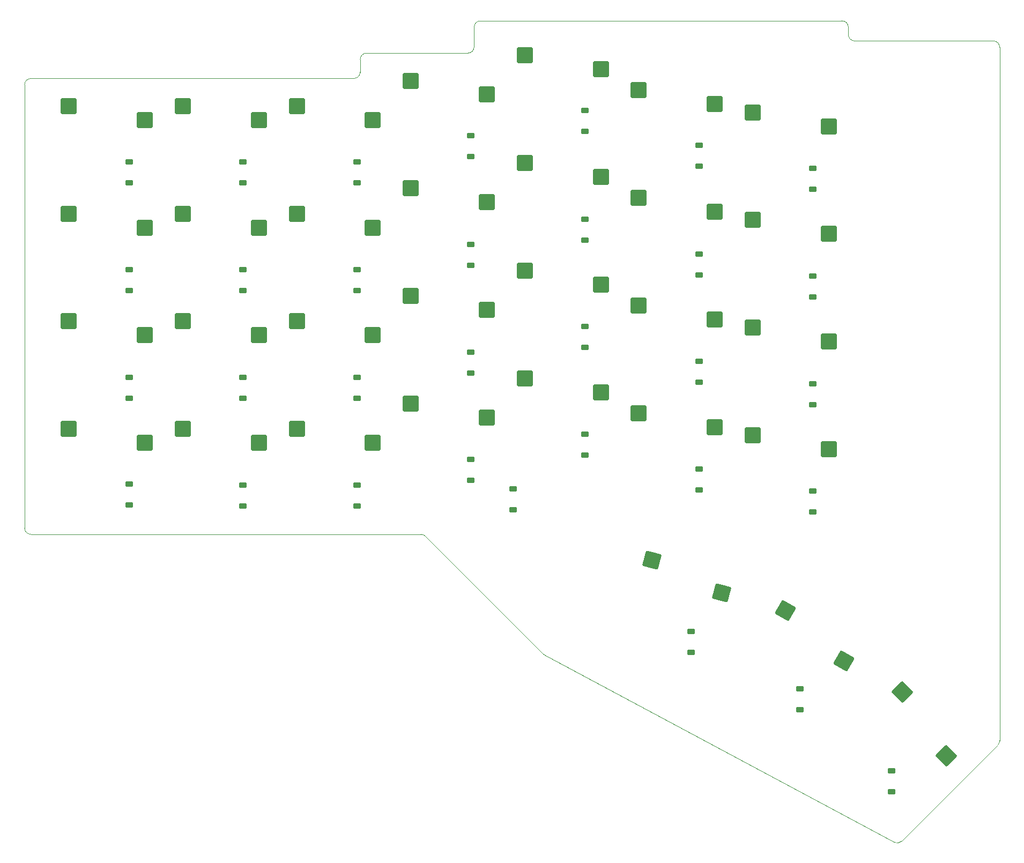
<source format=gbr>
%TF.GenerationSoftware,KiCad,Pcbnew,8.0.5*%
%TF.CreationDate,2024-10-11T21:26:08+02:00*%
%TF.ProjectId,vaucasy_left,76617563-6173-4795-9f6c-6566742e6b69,rev?*%
%TF.SameCoordinates,Original*%
%TF.FileFunction,Paste,Bot*%
%TF.FilePolarity,Positive*%
%FSLAX46Y46*%
G04 Gerber Fmt 4.6, Leading zero omitted, Abs format (unit mm)*
G04 Created by KiCad (PCBNEW 8.0.5) date 2024-10-11 21:26:08*
%MOMM*%
%LPD*%
G01*
G04 APERTURE LIST*
G04 Aperture macros list*
%AMRoundRect*
0 Rectangle with rounded corners*
0 $1 Rounding radius*
0 $2 $3 $4 $5 $6 $7 $8 $9 X,Y pos of 4 corners*
0 Add a 4 corners polygon primitive as box body*
4,1,4,$2,$3,$4,$5,$6,$7,$8,$9,$2,$3,0*
0 Add four circle primitives for the rounded corners*
1,1,$1+$1,$2,$3*
1,1,$1+$1,$4,$5*
1,1,$1+$1,$6,$7*
1,1,$1+$1,$8,$9*
0 Add four rect primitives between the rounded corners*
20,1,$1+$1,$2,$3,$4,$5,0*
20,1,$1+$1,$4,$5,$6,$7,0*
20,1,$1+$1,$6,$7,$8,$9,0*
20,1,$1+$1,$8,$9,$2,$3,0*%
G04 Aperture macros list end*
%ADD10RoundRect,0.250000X-1.025000X-1.000000X1.025000X-1.000000X1.025000X1.000000X-1.025000X1.000000X0*%
%ADD11RoundRect,0.250000X-1.431891X0.017678X0.017678X-1.431891X1.431891X-0.017678X-0.017678X1.431891X0*%
%ADD12RoundRect,0.250000X-1.248893X-0.700636X0.731255X-1.231215X1.248893X0.700636X-0.731255X1.231215X0*%
%ADD13RoundRect,0.250000X-1.387676X-0.353525X0.387676X-1.378525X1.387676X0.353525X-0.387676X1.378525X0*%
%ADD14RoundRect,0.225000X0.375000X-0.225000X0.375000X0.225000X-0.375000X0.225000X-0.375000X-0.225000X0*%
%TA.AperFunction,Profile*%
%ADD15C,0.050000*%
%TD*%
G04 APERTURE END LIST*
D10*
%TO.C,S5*%
X104000000Y-33350000D03*
X116000000Y-35550000D03*
%TD*%
%TO.C,S27*%
X122000000Y-72850000D03*
X134000000Y-75050000D03*
%TD*%
%TO.C,S3*%
X68000000Y-41350000D03*
X80000000Y-43550000D03*
%TD*%
%TO.C,S19*%
X50000000Y-75350000D03*
X62000000Y-77550000D03*
%TD*%
%TO.C,S28*%
X122000000Y-89850000D03*
X134000000Y-92050000D03*
%TD*%
%TO.C,S7*%
X140000000Y-42350000D03*
X152000000Y-44550000D03*
%TD*%
%TO.C,S30*%
X140000000Y-93350000D03*
X152000000Y-95550000D03*
%TD*%
%TO.C,S14*%
X122000000Y-55850000D03*
X134000000Y-58050000D03*
%TD*%
%TO.C,S6*%
X122000000Y-38850000D03*
X134000000Y-41050000D03*
%TD*%
%TO.C,S15*%
X140000000Y-59350000D03*
X152000000Y-61550000D03*
%TD*%
%TO.C,S29*%
X140000000Y-76350000D03*
X152000000Y-78550000D03*
%TD*%
%TO.C,S22*%
X68000000Y-92350000D03*
X80000000Y-94550000D03*
%TD*%
%TO.C,S26*%
X104000000Y-84350000D03*
X116000000Y-86550000D03*
%TD*%
%TO.C,S23*%
X86000000Y-71350000D03*
X98000000Y-73550000D03*
%TD*%
%TO.C,S1*%
X32000000Y-41350000D03*
X44000000Y-43550000D03*
%TD*%
%TO.C,S13*%
X104000000Y-50350000D03*
X116000000Y-52550000D03*
%TD*%
%TO.C,S9*%
X32000000Y-58350000D03*
X44000000Y-60550000D03*
%TD*%
%TO.C,S4*%
X86000000Y-37350000D03*
X98000000Y-39550000D03*
%TD*%
%TO.C,S10*%
X50000000Y-58350000D03*
X62000000Y-60550000D03*
%TD*%
%TO.C,S11*%
X68000000Y-58350000D03*
X80000000Y-60550000D03*
%TD*%
%TO.C,S17*%
X32000000Y-75350000D03*
X44000000Y-77550000D03*
%TD*%
%TO.C,S24*%
X86000000Y-88350000D03*
X98000000Y-90550000D03*
%TD*%
D11*
%TO.C,S31*%
X163601304Y-133926420D03*
X170530950Y-143967336D03*
%TD*%
D10*
%TO.C,S2*%
X50000000Y-41350000D03*
X62000000Y-43550000D03*
%TD*%
%TO.C,S20*%
X50000000Y-92350000D03*
X62000000Y-94550000D03*
%TD*%
D12*
%TO.C,S8*%
X124078577Y-113048579D03*
X135100285Y-118279444D03*
%TD*%
D10*
%TO.C,S25*%
X104000000Y-67350000D03*
X116000000Y-69550000D03*
%TD*%
%TO.C,S12*%
X86000000Y-54350000D03*
X98000000Y-56550000D03*
%TD*%
%TO.C,S21*%
X68000000Y-75350000D03*
X80000000Y-77550000D03*
%TD*%
D13*
%TO.C,S16*%
X145125314Y-121053848D03*
X154417619Y-128959103D03*
%TD*%
D10*
%TO.C,S18*%
X32000000Y-92350000D03*
X44000000Y-94550000D03*
%TD*%
D14*
%TO.C,D19*%
X59500000Y-87500000D03*
X59500000Y-84200000D03*
%TD*%
%TO.C,D9*%
X41500000Y-70500000D03*
X41500000Y-67200000D03*
%TD*%
%TO.C,D15*%
X149500000Y-71500000D03*
X149500000Y-68200000D03*
%TD*%
%TO.C,D8*%
X130218263Y-127650000D03*
X130218263Y-124350000D03*
%TD*%
%TO.C,D17*%
X41500000Y-87500000D03*
X41500000Y-84200000D03*
%TD*%
%TO.C,D18*%
X41500000Y-104350000D03*
X41500000Y-101050000D03*
%TD*%
%TO.C,D14*%
X131500000Y-68000000D03*
X131500000Y-64700000D03*
%TD*%
%TO.C,D12*%
X95500000Y-66500000D03*
X95500000Y-63200000D03*
%TD*%
%TO.C,D24*%
X95500000Y-100500000D03*
X95500000Y-97200000D03*
%TD*%
%TO.C,D26*%
X113500000Y-96500000D03*
X113500000Y-93200000D03*
%TD*%
%TO.C,D13*%
X113500000Y-62500000D03*
X113500000Y-59200000D03*
%TD*%
%TO.C,D6*%
X131500000Y-50850000D03*
X131500000Y-47550000D03*
%TD*%
%TO.C,D22*%
X77500000Y-104500000D03*
X77500000Y-101200000D03*
%TD*%
%TO.C,D30*%
X149500000Y-105500000D03*
X149500000Y-102200000D03*
%TD*%
%TO.C,D2*%
X59500000Y-53500000D03*
X59500000Y-50200000D03*
%TD*%
%TO.C,D16*%
X147418263Y-136675000D03*
X147418263Y-133375000D03*
%TD*%
%TO.C,D7*%
X149500000Y-54500000D03*
X149500000Y-51200000D03*
%TD*%
%TO.C,D29*%
X149500000Y-88500000D03*
X149500000Y-85200000D03*
%TD*%
%TO.C,D25*%
X113500000Y-79500000D03*
X113500000Y-76200000D03*
%TD*%
%TO.C,D33*%
X102115000Y-105100000D03*
X102115000Y-101800000D03*
%TD*%
%TO.C,D11*%
X77500000Y-70500000D03*
X77500000Y-67200000D03*
%TD*%
%TO.C,D27*%
X131500000Y-85000000D03*
X131500000Y-81700000D03*
%TD*%
%TO.C,D5*%
X113500000Y-45350000D03*
X113500000Y-42050000D03*
%TD*%
%TO.C,D3*%
X77500000Y-53500000D03*
X77500000Y-50200000D03*
%TD*%
%TO.C,D20*%
X59500000Y-104500000D03*
X59500000Y-101200000D03*
%TD*%
%TO.C,D23*%
X95500000Y-83500000D03*
X95500000Y-80200000D03*
%TD*%
%TO.C,D31*%
X161893263Y-149650000D03*
X161893263Y-146350000D03*
%TD*%
%TO.C,D21*%
X77500000Y-87500000D03*
X77500000Y-84200000D03*
%TD*%
%TO.C,D1*%
X41500000Y-53500000D03*
X41500000Y-50200000D03*
%TD*%
%TO.C,D28*%
X131500000Y-102000000D03*
X131500000Y-98700000D03*
%TD*%
%TO.C,D10*%
X59500000Y-70500000D03*
X59500000Y-67200000D03*
%TD*%
%TO.C,D4*%
X95500000Y-49350000D03*
X95500000Y-46050000D03*
%TD*%
D15*
X179000000Y-141585786D02*
G75*
G02*
X178707093Y-142292879I-999900J-14D01*
G01*
X155100000Y-28900000D02*
X155100000Y-30075000D01*
X78000000Y-34000000D02*
X78000000Y-36000000D01*
X78000000Y-34000000D02*
G75*
G02*
X79000000Y-33000000I1000000J0D01*
G01*
X26000000Y-109000000D02*
G75*
G02*
X25000000Y-108000000I0J1000000D01*
G01*
X96000000Y-28900000D02*
G75*
G02*
X97000000Y-27900000I1000000J0D01*
G01*
X122275000Y-27900000D02*
X154100000Y-27900000D01*
X156100000Y-31075000D02*
X178000000Y-31075000D01*
X87585786Y-109000000D02*
G75*
G02*
X88292900Y-109292886I14J-1000000D01*
G01*
X154100000Y-27900000D02*
G75*
G02*
X155100000Y-28900000I0J-1000000D01*
G01*
X96000000Y-32000000D02*
G75*
G02*
X95000000Y-33000000I-1000000J0D01*
G01*
X107130334Y-128069822D02*
G75*
G02*
X106895455Y-127895443I472366J881622D01*
G01*
X163524939Y-157475061D02*
X178707107Y-142292893D01*
X179000000Y-141585786D02*
X179000000Y-32075000D01*
X25000000Y-38000000D02*
G75*
G02*
X26000000Y-37000000I1000000J0D01*
G01*
X163524939Y-157475061D02*
G75*
G02*
X162345588Y-157649474I-707139J707061D01*
G01*
X25000000Y-38000000D02*
X25000000Y-108000000D01*
X95000000Y-33000000D02*
X79000000Y-33000000D01*
X88292893Y-109292893D02*
X106895449Y-127895449D01*
X26000000Y-109000000D02*
X87585786Y-109000000D01*
X107130334Y-128069822D02*
X162345610Y-157649434D01*
X77000000Y-37000000D02*
X26000000Y-37000000D01*
X178000000Y-31075000D02*
G75*
G02*
X179000000Y-32075000I0J-1000000D01*
G01*
X96000000Y-28900000D02*
X96000000Y-32000000D01*
X78000000Y-36000000D02*
G75*
G02*
X77000000Y-37000000I-1000000J0D01*
G01*
X122275000Y-27900000D02*
X97000000Y-27900000D01*
X156100000Y-31075000D02*
G75*
G02*
X155100000Y-30075000I0J1000000D01*
G01*
M02*

</source>
